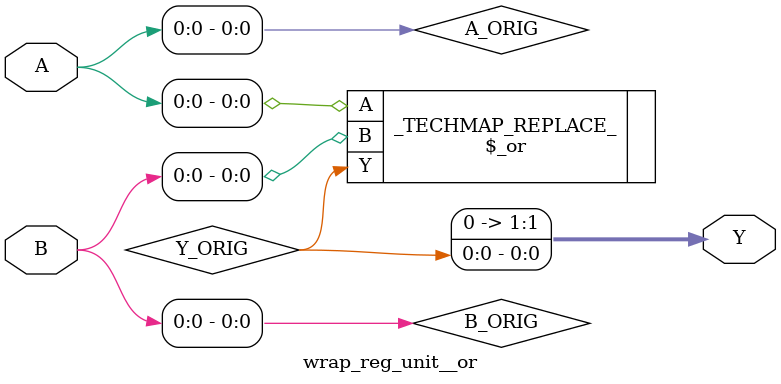
<source format=v>
(* techmap_celltype = "\$__and_wrapper" *)
module wrap_reg_unit__and #(
    parameter A_WIDTH = 1,
    parameter A_SIGNED = 0,
    parameter B_WIDTH = 1,
    parameter B_SIGNED = 0,
    parameter Y_WIDTH = 1
)
(
    input wire[A_WIDTH:0] A,
    input wire[B_WIDTH:0] B,
    output reg[Y_WIDTH:0] Y
);

reg A_ORIG;
reg B_ORIG;
reg Y_ORIG;
assign A_ORIG = A;
assign B_ORIG = B;
assign Y = Y_ORIG;
\$_and #(
    .A_WIDTH(A_WIDTH),
    .A_SIGNED(A_SIGNED),
    .B_WIDTH(B_WIDTH),
    .B_SIGNED(B_SIGNED),
    .Y_WIDTH(Y_WIDTH)
) _TECHMAP_REPLACE_ (
    .A(A_ORIG),
    .B(B_ORIG),
    .Y(Y_ORIG)
);

endmodule

(* techmap_celltype = "\$__or_wrapper" *)
module wrap_reg_unit__or #(
    parameter A_WIDTH = 1,
    parameter A_SIGNED = 0,
    parameter B_WIDTH = 1,
    parameter B_SIGNED = 0,
    parameter Y_WIDTH = 1
)
(
    input wire[A_WIDTH:0] A,
    input wire[B_WIDTH:0] B,
    output reg[Y_WIDTH:0] Y
);

reg A_ORIG;
reg B_ORIG;
reg Y_ORIG;
assign A_ORIG = A;
assign B_ORIG = B;
assign Y = Y_ORIG;
\$_or #(
    .A_WIDTH(A_WIDTH),
    .A_SIGNED(A_SIGNED),
    .B_WIDTH(B_WIDTH),
    .B_SIGNED(B_SIGNED),
    .Y_WIDTH(Y_WIDTH)
) _TECHMAP_REPLACE_ (
    .A(A_ORIG),
    .B(B_ORIG),
    .Y(Y_ORIG)
);

endmodule


</source>
